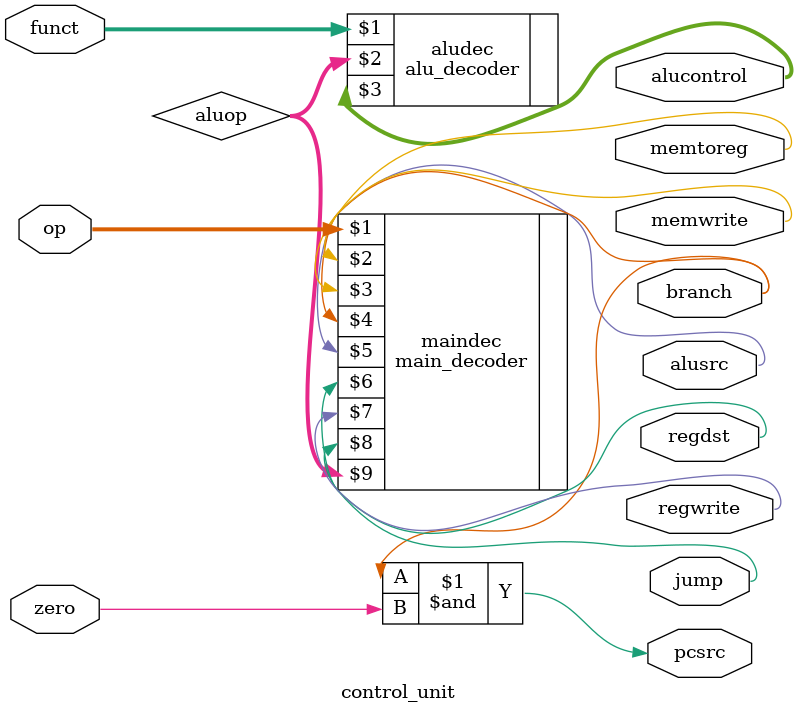
<source format=sv>
module control_unit
(
input logic [5:0] op, funct,
input logic zero,
output logic memtoreg, memwrite, pcsrc, alusrc, regdst, regwrite, jump, branch,
output logic [2:0] alucontrol
);
logic [2:0] aluop;

main_decoder maindec(op, memtoreg, memwrite, branch, alusrc, regdst, regwrite, jump, aluop);
alu_decoder aludec(funct, aluop, alucontrol);

assign pcsrc = branch & zero;

endmodule

</source>
